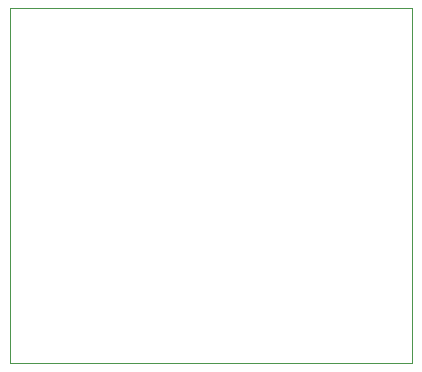
<source format=gbr>
G04 #@! TF.GenerationSoftware,KiCad,Pcbnew,(5.1.4)-1*
G04 #@! TF.CreationDate,2019-11-19T22:58:14-05:00*
G04 #@! TF.ProjectId,Blinky,426c696e-6b79-42e6-9b69-6361645f7063,rev?*
G04 #@! TF.SameCoordinates,Original*
G04 #@! TF.FileFunction,Profile,NP*
%FSLAX46Y46*%
G04 Gerber Fmt 4.6, Leading zero omitted, Abs format (unit mm)*
G04 Created by KiCad (PCBNEW (5.1.4)-1) date 2019-11-19 22:58:14*
%MOMM*%
%LPD*%
G04 APERTURE LIST*
%ADD10C,0.050000*%
G04 APERTURE END LIST*
D10*
X138000000Y34000000D02*
X104000000Y34000000D01*
X138000000Y4000000D02*
X138000000Y34000000D01*
X104000000Y4000000D02*
X138000000Y4000000D01*
X104000000Y34000000D02*
X104000000Y4000000D01*
M02*

</source>
